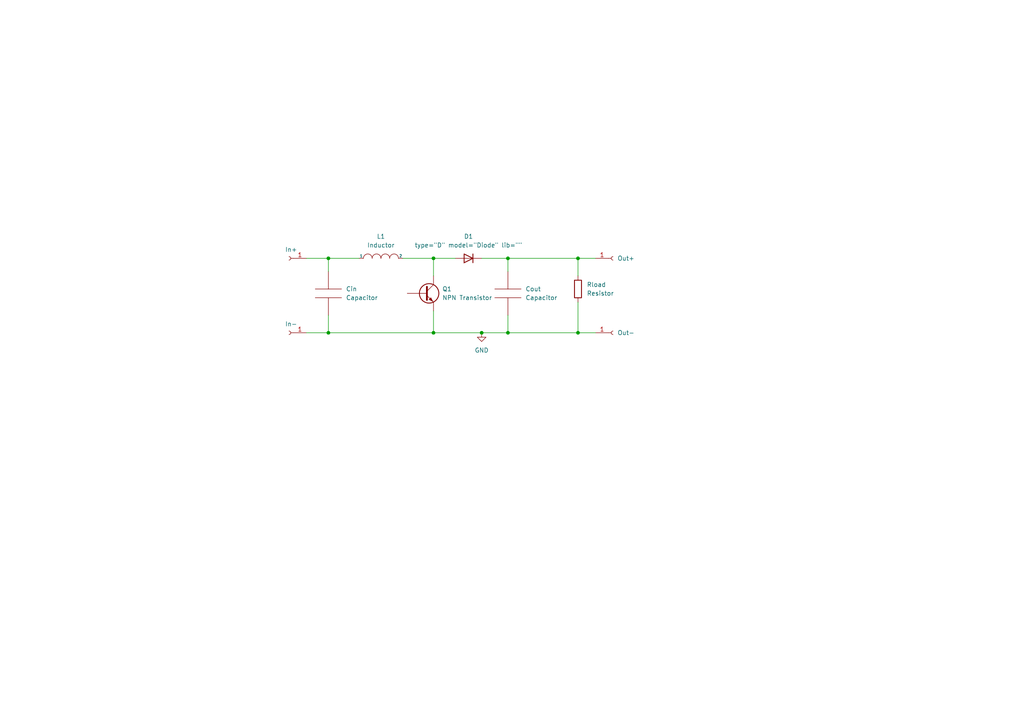
<source format=kicad_sch>
(kicad_sch (version 20211123) (generator eeschema)
  (paper "A4")
  (lib_symbols
    (symbol "C_1" (pin_numbers hide) (pin_names (offset 0.254) hide)
      (property "Reference" "C" (at 2.54 3.81 90))
      (property "Value" "C_1" (at 2.54 -3.81 90))
      (symbol "C_1_0_1"
        (polyline (pts (xy -3.81 -1.27) (xy 3.81 -1.27)))
        (polyline (pts (xy -3.81 1.27) (xy 3.81 1.27)))
      )
      (symbol "C_1_1_1"
        (pin passive line (at 0 6.35 270) (length 5.08) (name "~") (number "1"))
        (pin passive line (at 0 -6.35 90) (length 5.08) (name "~") (number "2"))
      )
    )
    (symbol "Connector:Conn_01x01_Female" (pin_names (offset 1.016) hide)
      (property "Reference" "J" (at 0 2.54 0))
      (property "Value" "Conn_01x01_Female" (at 0 -2.54 0))
      (symbol "Conn_01x01_Female_1_1"
        (polyline (pts (xy -1.27 0) (xy -0.508 0)) (stroke (width 0.1524)))
        (arc (start 0 0.508) (mid -0.508 0) (end 0 -0.508) (stroke (width 0.1524)))
        (pin passive line (at -5.08 0 0) (length 3.81) (name "Pin_1") (number "1"))
      )
    )
    (symbol "Device:Q_NPN_EBC" (pin_numbers hide) (pin_names (offset 0) hide)
      (property "Reference" "Q" (at 5.08 1.27 0))
      (property "Value" "Q_NPN_EBC" (at 5.08 -1.27 0))
      (symbol "Q_NPN_EBC_0_1"
        (polyline (pts (xy 0.635 0.635) (xy 2.54 2.54)))
        (polyline (pts (xy 0.635 -0.635) (xy 2.54 -2.54) (xy 2.54 -2.54)))
        (polyline (pts (xy 0.635 1.905) (xy 0.635 -1.905) (xy 0.635 -1.905)) (stroke (width 0.508)))
        (polyline (pts (xy 1.27 -1.778) (xy 1.778 -1.27) (xy 2.286 -2.286) (xy 1.27 -1.778) (xy 1.27 -1.778)) (fill (type outline)))
        (circle (center 1.27 0) (radius 2.8194) (stroke (width 0.254)))
      )
      (symbol "Q_NPN_EBC_1_1"
        (pin passive line (at 2.54 -5.08 90) (length 2.54) (name "E") (number "1"))
        (pin passive line (at -5.08 0 0) (length 5.715) (name "B") (number "2"))
        (pin passive line (at 2.54 5.08 270) (length 2.54) (name "C") (number "3"))
      )
    )
    (symbol "Device:R" (pin_numbers hide) (pin_names (offset 0))
      (property "Reference" "R" (at 2.032 0 90))
      (property "Value" "R" (at 0 0 90))
      (symbol "R_0_1"
        (rectangle (start -1.016 -2.54) (end 1.016 2.54) (stroke (width 0.254)))
      )
      (symbol "R_1_1"
        (pin passive line (at 0 3.81 270) (length 1.27) (name "~") (number "1"))
        (pin passive line (at 0 -3.81 90) (length 1.27) (name "~") (number "2"))
      )
    )
    (symbol "Simulation_SPICE:DIODE" (pin_numbers hide) (pin_names (offset 1.016) hide)
      (property "Reference" "D" (at 0 2.54 0))
      (property "Value" "DIODE" (at 0 -2.54 0))
      (symbol "DIODE_0_1"
        (polyline (pts (xy 1.27 0) (xy -1.27 0)))
        (polyline (pts (xy 1.27 1.27) (xy 1.27 -1.27)) (stroke (width 0.254)))
        (polyline (pts (xy -1.27 -1.27) (xy -1.27 1.27) (xy 1.27 0) (xy -1.27 -1.27)) (stroke (width 0.254)))
      )
      (symbol "DIODE_1_1"
        (pin passive line (at -3.81 0 0) (length 2.54) (name "A") (number "1"))
        (pin passive line (at 3.81 0 180) (length 2.54) (name "K") (number "2"))
      )
    )
    (symbol "power:GND" (power) (pin_names (offset 0))
      (property "Value" "GND" (at 0 -3.81 0))
      (symbol "GND_0_1"
        (polyline (pts (xy 0 0) (xy 0 -1.27) (xy 1.27 -1.27) (xy 0 -2.54) (xy -1.27 -1.27) (xy 0 -1.27)))
      )
      (symbol "GND_1_1"
        (pin power_in line (at 0 0 270) (length 0) hide (name "GND") (number "1"))
      )
    )
    (symbol "pspice:C" (pin_numbers hide) (pin_names (offset 0.254) hide)
      (property "Reference" "C" (at 2.54 3.81 90))
      (property "Value" "C" (at 2.54 -3.81 90))
      (symbol "C_0_1"
        (polyline (pts (xy -3.81 -1.27) (xy 3.81 -1.27)))
        (polyline (pts (xy -3.81 1.27) (xy 3.81 1.27)))
      )
      (symbol "C_1_1"
        (pin passive line (at 0 6.35 270) (length 5.08) (name "~") (number "1"))
        (pin passive line (at 0 -6.35 90) (length 5.08) (name "~") (number "2"))
      )
    )
    (symbol "pspice:INDUCTOR" (pin_numbers hide) (pin_names (offset 0))
      (property "Reference" "L" (at 0 2.54 0))
      (property "Value" "INDUCTOR" (at 0 -1.27 0))
      (symbol "INDUCTOR_0_1"
        (arc (start -2.54 0) (mid -3.81 1.27) (end -5.08 0))
        (arc (start 0 0) (mid -1.27 1.27) (end -2.54 0))
        (arc (start 2.54 0) (mid 1.27 1.27) (end 0 0))
        (arc (start 5.08 0) (mid 3.81 1.27) (end 2.54 0))
      )
      (symbol "INDUCTOR_1_1"
        (pin input line (at -6.35 0 0) (length 1.27) (name "1") (number "1"))
        (pin input line (at 6.35 0 180) (length 1.27) (name "2") (number "2"))
      )
    )
  )
  (junction (at 95.25 74.93))
  (junction (at 167.64 74.93))
  (junction (at 147.32 96.52))
  (junction (at 167.64 96.52))
  (junction (at 95.25 96.52))
  (junction (at 147.32 74.93))
  (junction (at 139.7 96.52))
  (junction (at 125.73 96.52))
  (junction (at 125.73 74.93))
  (wire (pts (xy 147.32 96.52) (xy 139.7 96.52)))
  (wire (pts (xy 116.84 74.93) (xy 125.73 74.93)))
  (wire (pts (xy 95.25 74.93) (xy 95.25 78.74)))
  (wire (pts (xy 167.64 87.63) (xy 167.64 96.52)))
  (wire (pts (xy 147.32 96.52) (xy 167.64 96.52)))
  (wire (pts (xy 139.7 96.52) (xy 125.73 96.52)))
  (wire (pts (xy 147.32 74.93) (xy 167.64 74.93)))
  (wire (pts (xy 95.25 91.44) (xy 95.25 96.52)))
  (wire (pts (xy 167.64 80.01) (xy 167.64 74.93)))
  (wire (pts (xy 167.64 74.93) (xy 172.72 74.93)))
  (wire (pts (xy 125.73 74.93) (xy 132.08 74.93)))
  (wire (pts (xy 167.64 96.52) (xy 172.72 96.52)))
  (wire (pts (xy 95.25 74.93) (xy 104.14 74.93)))
  (wire (pts (xy 88.9 96.52) (xy 95.25 96.52)))
  (wire (pts (xy 88.9 74.93) (xy 95.25 74.93)))
  (wire (pts (xy 125.73 90.17) (xy 125.73 96.52)))
  (wire (pts (xy 125.73 80.01) (xy 125.73 74.93)))
  (wire (pts (xy 147.32 91.44) (xy 147.32 96.52)))
  (wire (pts (xy 147.32 74.93) (xy 147.32 78.74)))
  (wire (pts (xy 139.7 74.93) (xy 147.32 74.93)))
  (wire (pts (xy 125.73 96.52) (xy 95.25 96.52)))
  (symbol (lib_id "pspice:INDUCTOR") (at 110.49 74.93 0) (unit 1)
    (property "Reference" "L1" (at 110.49 68.58 0))
    (property "Value" "Inductor" (at 110.49 71.12 0))
  )
  (symbol (lib_id "Connector:Conn_01x01_Female") (at 177.8 74.93 0) (unit 1)
    (property "Reference" "Out+" (at 179.07 74.9299 0) (effects (justify left)))
    (property "Value" "Conn_01x01_Female" (effects hide))
  )
  (symbol (lib_id "Device:Q_NPN_EBC") (at 123.19 85.09 0) (unit 1)
    (property "Reference" "Q1" (at 128.27 83.82 0) (effects (justify left)))
    (property "Value" "NPN Transistor" (at 128.27 86.3599 0) (effects (justify left)))
  )
  (symbol (lib_id "power:GND") (at 139.7 96.52 0) (unit 1)
    (property "Reference" "#PWR?" (effects hide))
    (property "Value" "GND" (at 139.7 101.6 0))
  )
  (symbol (lib_id "Connector:Conn_01x01_Female") (at 83.82 74.93 180) (unit 1)
    (property "Reference" "In+" (at 84.455 72.39 0))
    (property "Value" "Conn_01x01_Female" (effects hide))
  )
  (symbol (lib_id "Connector:Conn_01x01_Female") (at 83.82 96.52 180) (unit 1)
    (property "Reference" "In-" (at 84.455 93.98 0))
    (property "Value" "Conn_01x01_Female" (effects hide))
  )
  (symbol (lib_id "Device:R") (at 167.64 83.82 0) (unit 1)
    (property "Reference" "Rload" (at 170.18 82.55 0) (effects (justify left)))
    (property "Value" "Resistor" (at 170.18 85.0899 0) (effects (justify left)))
  )
  (symbol (lib_id "Simulation_SPICE:DIODE") (at 135.89 74.93 0) (unit 1)
    (property "Reference" "D1" (at 135.89 68.58 0))
    (property "Value" "Diode" (at 135.89 71.12 0))
    (property "Spice_Netlist_Enabled" "Y" (effects hide))
    (property "Spice_Primitive" "D" (effects hide))
  )
  (symbol (lib_name "C_1") (lib_id "pspice:C") (at 147.32 85.09 0) (unit 1)
    (property "Reference" "Cout" (at 152.4 83.82 0) (effects (justify left)))
    (property "Value" "Capacitor" (at 152.4 86.3599 0) (effects (justify left)))
  )
  (symbol (lib_id "Connector:Conn_01x01_Female") (at 177.8 96.52 0) (unit 1)
    (property "Reference" "Out-" (at 179.07 96.5199 0) (effects (justify left)))
    (property "Value" "Conn_01x01_Female" (effects hide))
  )
  (symbol (lib_id "pspice:C") (at 95.25 85.09 0) (unit 1)
    (property "Reference" "Cin" (at 100.33 83.82 0) (effects (justify left)))
    (property "Value" "Capacitor" (at 100.33 86.3599 0) (effects (justify left)))
  )
)
</source>
